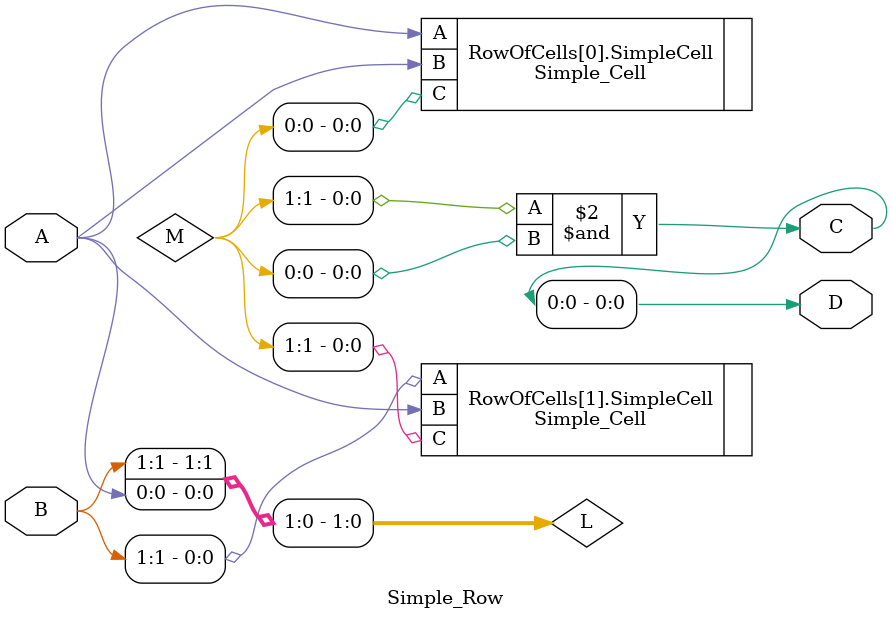
<source format=sv>
module Simple_Row #(
	parameter BitWidth = 2
)(
	input A,
	input [BitWidth-1:0] B,
	output C,
	output [BitWidth-1:0] D
);
	wire [BitWidth:0] L;
	assign L[0] = A;
	assign L[1] = B[1];
	wire [BitWidth-1:0] M;

	generate
		genvar i;
		for(i = 0; i < BitWidth; i = i + 1) begin : RowOfCells
			Simple_Cell SimpleCell (
				.A (L[i]),
				.B (A),
				.C (M[i])
			);
		end
	endgenerate

	assign C = M[BitWidth - 1] & (M[0] == 1);
	assign D[0] = C;

endmodule : Simple_Row



</source>
